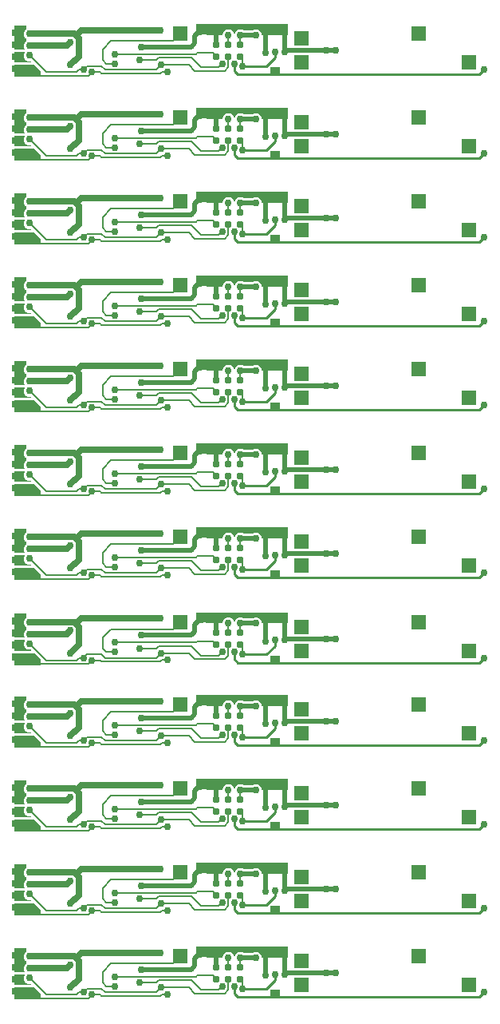
<source format=gbr>
G04 start of page 3 for group 1 idx 1 *
G04 Title: (unknown), bottom *
G04 Creator: pcb 20110918 *
G04 CreationDate: Mon 02 Feb 2015 04:29:52 AM GMT UTC *
G04 For: railfan *
G04 Format: Gerber/RS-274X *
G04 PCB-Dimensions: 211000 411000 *
G04 PCB-Coordinate-Origin: lower left *
%MOIN*%
%FSLAX25Y25*%
%LNBOTTOM*%
%ADD40C,0.0390*%
%ADD39C,0.0380*%
%ADD38C,0.0140*%
%ADD37C,0.0300*%
%ADD36C,0.0310*%
%ADD35R,0.0284X0.0284*%
%ADD34C,0.0250*%
%ADD33C,0.0080*%
%ADD32C,0.0200*%
%ADD31C,0.0100*%
%ADD30C,0.0001*%
G54D30*G36*
X1500Y397500D02*X5993D01*
X5971Y397474D01*
X5766Y397138D01*
X5615Y396775D01*
X5523Y396392D01*
X5492Y396000D01*
X5523Y395608D01*
X5615Y395225D01*
X5766Y394862D01*
X5971Y394526D01*
X6227Y394227D01*
X6526Y393971D01*
X6862Y393766D01*
X7225Y393615D01*
X7608Y393523D01*
X8000Y393492D01*
X8392Y393523D01*
X8477Y393543D01*
X8500Y393520D01*
Y393000D01*
X1500D01*
Y397500D01*
G37*
G36*
Y398500D02*Y408500D01*
X6500D01*
Y407007D01*
X6227Y406773D01*
X5971Y406474D01*
X5766Y406138D01*
X5615Y405775D01*
X5523Y405392D01*
X5492Y405000D01*
X5523Y404608D01*
X5615Y404225D01*
X5766Y403862D01*
X5971Y403526D01*
X6227Y403227D01*
X6500Y402993D01*
Y402007D01*
X6227Y401773D01*
X5971Y401474D01*
X5766Y401138D01*
X5615Y400775D01*
X5523Y400392D01*
X5492Y400000D01*
X5523Y399608D01*
X5615Y399225D01*
X5766Y398862D01*
X5971Y398526D01*
X5993Y398500D01*
X1500D01*
G37*
G36*
Y392000D02*X10020D01*
X12500Y389520D01*
Y387000D01*
X1500D01*
Y392000D01*
G37*
G36*
Y362500D02*X5993D01*
X5971Y362474D01*
X5766Y362138D01*
X5615Y361775D01*
X5523Y361392D01*
X5492Y361000D01*
X5523Y360608D01*
X5615Y360225D01*
X5766Y359862D01*
X5971Y359526D01*
X6227Y359227D01*
X6526Y358971D01*
X6862Y358766D01*
X7225Y358615D01*
X7608Y358523D01*
X8000Y358492D01*
X8392Y358523D01*
X8477Y358543D01*
X8500Y358520D01*
Y358000D01*
X1500D01*
Y362500D01*
G37*
G36*
Y363500D02*Y373500D01*
X6500D01*
Y372007D01*
X6227Y371773D01*
X5971Y371474D01*
X5766Y371138D01*
X5615Y370775D01*
X5523Y370392D01*
X5492Y370000D01*
X5523Y369608D01*
X5615Y369225D01*
X5766Y368862D01*
X5971Y368526D01*
X6227Y368227D01*
X6500Y367993D01*
Y367007D01*
X6227Y366773D01*
X5971Y366474D01*
X5766Y366138D01*
X5615Y365775D01*
X5523Y365392D01*
X5492Y365000D01*
X5523Y364608D01*
X5615Y364225D01*
X5766Y363862D01*
X5971Y363526D01*
X5993Y363500D01*
X1500D01*
G37*
G36*
Y357000D02*X10020D01*
X12500Y354520D01*
Y352000D01*
X1500D01*
Y357000D01*
G37*
G36*
Y327500D02*X5993D01*
X5971Y327474D01*
X5766Y327138D01*
X5615Y326775D01*
X5523Y326392D01*
X5492Y326000D01*
X5523Y325608D01*
X5615Y325225D01*
X5766Y324862D01*
X5971Y324526D01*
X6227Y324227D01*
X6526Y323971D01*
X6862Y323766D01*
X7225Y323615D01*
X7608Y323523D01*
X8000Y323492D01*
X8392Y323523D01*
X8477Y323543D01*
X8500Y323520D01*
Y323000D01*
X1500D01*
Y327500D01*
G37*
G36*
Y328500D02*Y338500D01*
X6500D01*
Y337007D01*
X6227Y336773D01*
X5971Y336474D01*
X5766Y336138D01*
X5615Y335775D01*
X5523Y335392D01*
X5492Y335000D01*
X5523Y334608D01*
X5615Y334225D01*
X5766Y333862D01*
X5971Y333526D01*
X6227Y333227D01*
X6500Y332993D01*
Y332007D01*
X6227Y331773D01*
X5971Y331474D01*
X5766Y331138D01*
X5615Y330775D01*
X5523Y330392D01*
X5492Y330000D01*
X5523Y329608D01*
X5615Y329225D01*
X5766Y328862D01*
X5971Y328526D01*
X5993Y328500D01*
X1500D01*
G37*
G36*
Y322000D02*X10020D01*
X12500Y319520D01*
Y317000D01*
X1500D01*
Y322000D01*
G37*
G36*
X108500Y387500D02*Y390879D01*
X108621Y391000D01*
X112500D01*
Y387500D01*
X108500D01*
G37*
G36*
X77500Y409000D02*X116000D01*
Y404500D01*
X105000D01*
X104977Y404892D01*
X104885Y405275D01*
X104734Y405638D01*
X104529Y405974D01*
X104273Y406273D01*
X103974Y406529D01*
X103638Y406734D01*
X103275Y406885D01*
X102892Y406977D01*
X102500Y407008D01*
X102108Y406977D01*
X101725Y406885D01*
X101362Y406734D01*
X101026Y406529D01*
X100992Y406500D01*
X97508D01*
X97474Y406529D01*
X97138Y406734D01*
X96775Y406885D01*
X96392Y406977D01*
X96000Y407008D01*
X95608Y406977D01*
X95225Y406885D01*
X94862Y406734D01*
X94526Y406529D01*
X94227Y406273D01*
X93971Y405974D01*
X93766Y405638D01*
X93615Y405275D01*
X93523Y404892D01*
X93497Y404556D01*
X93477Y404892D01*
X93385Y405275D01*
X93234Y405638D01*
X93029Y405974D01*
X92773Y406273D01*
X92474Y406529D01*
X92138Y406734D01*
X91775Y406885D01*
X91392Y406977D01*
X91000Y407008D01*
X90608Y406977D01*
X90225Y406885D01*
X89862Y406734D01*
X89526Y406529D01*
X89227Y406273D01*
X88971Y405974D01*
X88766Y405638D01*
X88615Y405275D01*
X88523Y404892D01*
X88492Y404500D01*
X82566D01*
X82343Y404637D01*
X81914Y404814D01*
X81463Y404923D01*
X81000Y404959D01*
X80537Y404923D01*
X80086Y404814D01*
X79657Y404637D01*
X79434Y404500D01*
X77500D01*
Y409000D01*
G37*
G36*
X108500Y352500D02*Y355879D01*
X108621Y356000D01*
X112500D01*
Y352500D01*
X108500D01*
G37*
G36*
Y317500D02*Y320879D01*
X108621Y321000D01*
X112500D01*
Y317500D01*
X108500D01*
G37*
G36*
X77500Y339000D02*X116000D01*
Y334500D01*
X105000D01*
X104977Y334892D01*
X104885Y335275D01*
X104734Y335638D01*
X104529Y335974D01*
X104273Y336273D01*
X103974Y336529D01*
X103638Y336734D01*
X103275Y336885D01*
X102892Y336977D01*
X102500Y337008D01*
X102108Y336977D01*
X101725Y336885D01*
X101362Y336734D01*
X101026Y336529D01*
X100992Y336500D01*
X97508D01*
X97474Y336529D01*
X97138Y336734D01*
X96775Y336885D01*
X96392Y336977D01*
X96000Y337008D01*
X95608Y336977D01*
X95225Y336885D01*
X94862Y336734D01*
X94526Y336529D01*
X94227Y336273D01*
X93971Y335974D01*
X93766Y335638D01*
X93615Y335275D01*
X93523Y334892D01*
X93497Y334556D01*
X93477Y334892D01*
X93385Y335275D01*
X93234Y335638D01*
X93029Y335974D01*
X92773Y336273D01*
X92474Y336529D01*
X92138Y336734D01*
X91775Y336885D01*
X91392Y336977D01*
X91000Y337008D01*
X90608Y336977D01*
X90225Y336885D01*
X89862Y336734D01*
X89526Y336529D01*
X89227Y336273D01*
X88971Y335974D01*
X88766Y335638D01*
X88615Y335275D01*
X88523Y334892D01*
X88492Y334500D01*
X82566D01*
X82343Y334637D01*
X81914Y334814D01*
X81463Y334923D01*
X81000Y334959D01*
X80537Y334923D01*
X80086Y334814D01*
X79657Y334637D01*
X79434Y334500D01*
X77500D01*
Y339000D01*
G37*
G36*
X108500Y282500D02*Y285879D01*
X108621Y286000D01*
X112500D01*
Y282500D01*
X108500D01*
G37*
G36*
X77500Y304000D02*X116000D01*
Y299500D01*
X105000D01*
X104977Y299892D01*
X104885Y300275D01*
X104734Y300638D01*
X104529Y300974D01*
X104273Y301273D01*
X103974Y301529D01*
X103638Y301734D01*
X103275Y301885D01*
X102892Y301977D01*
X102500Y302008D01*
X102108Y301977D01*
X101725Y301885D01*
X101362Y301734D01*
X101026Y301529D01*
X100992Y301500D01*
X97508D01*
X97474Y301529D01*
X97138Y301734D01*
X96775Y301885D01*
X96392Y301977D01*
X96000Y302008D01*
X95608Y301977D01*
X95225Y301885D01*
X94862Y301734D01*
X94526Y301529D01*
X94227Y301273D01*
X93971Y300974D01*
X93766Y300638D01*
X93615Y300275D01*
X93523Y299892D01*
X93497Y299556D01*
X93477Y299892D01*
X93385Y300275D01*
X93234Y300638D01*
X93029Y300974D01*
X92773Y301273D01*
X92474Y301529D01*
X92138Y301734D01*
X91775Y301885D01*
X91392Y301977D01*
X91000Y302008D01*
X90608Y301977D01*
X90225Y301885D01*
X89862Y301734D01*
X89526Y301529D01*
X89227Y301273D01*
X88971Y300974D01*
X88766Y300638D01*
X88615Y300275D01*
X88523Y299892D01*
X88492Y299500D01*
X82566D01*
X82343Y299637D01*
X81914Y299814D01*
X81463Y299923D01*
X81000Y299959D01*
X80537Y299923D01*
X80086Y299814D01*
X79657Y299637D01*
X79434Y299500D01*
X77500D01*
Y304000D01*
G37*
G36*
Y374000D02*X116000D01*
Y369500D01*
X105000D01*
X104977Y369892D01*
X104885Y370275D01*
X104734Y370638D01*
X104529Y370974D01*
X104273Y371273D01*
X103974Y371529D01*
X103638Y371734D01*
X103275Y371885D01*
X102892Y371977D01*
X102500Y372008D01*
X102108Y371977D01*
X101725Y371885D01*
X101362Y371734D01*
X101026Y371529D01*
X100992Y371500D01*
X97508D01*
X97474Y371529D01*
X97138Y371734D01*
X96775Y371885D01*
X96392Y371977D01*
X96000Y372008D01*
X95608Y371977D01*
X95225Y371885D01*
X94862Y371734D01*
X94526Y371529D01*
X94227Y371273D01*
X93971Y370974D01*
X93766Y370638D01*
X93615Y370275D01*
X93523Y369892D01*
X93497Y369556D01*
X93477Y369892D01*
X93385Y370275D01*
X93234Y370638D01*
X93029Y370974D01*
X92773Y371273D01*
X92474Y371529D01*
X92138Y371734D01*
X91775Y371885D01*
X91392Y371977D01*
X91000Y372008D01*
X90608Y371977D01*
X90225Y371885D01*
X89862Y371734D01*
X89526Y371529D01*
X89227Y371273D01*
X88971Y370974D01*
X88766Y370638D01*
X88615Y370275D01*
X88523Y369892D01*
X88492Y369500D01*
X82566D01*
X82343Y369637D01*
X81914Y369814D01*
X81463Y369923D01*
X81000Y369959D01*
X80537Y369923D01*
X80086Y369814D01*
X79657Y369637D01*
X79434Y369500D01*
X77500D01*
Y374000D01*
G37*
G36*
Y269000D02*X116000D01*
Y264500D01*
X105000D01*
X104977Y264892D01*
X104885Y265275D01*
X104734Y265638D01*
X104529Y265974D01*
X104273Y266273D01*
X103974Y266529D01*
X103638Y266734D01*
X103275Y266885D01*
X102892Y266977D01*
X102500Y267008D01*
X102108Y266977D01*
X101725Y266885D01*
X101362Y266734D01*
X101026Y266529D01*
X100992Y266500D01*
X97508D01*
X97474Y266529D01*
X97138Y266734D01*
X96775Y266885D01*
X96392Y266977D01*
X96000Y267008D01*
X95608Y266977D01*
X95225Y266885D01*
X94862Y266734D01*
X94526Y266529D01*
X94227Y266273D01*
X93971Y265974D01*
X93766Y265638D01*
X93615Y265275D01*
X93523Y264892D01*
X93497Y264556D01*
X93477Y264892D01*
X93385Y265275D01*
X93234Y265638D01*
X93029Y265974D01*
X92773Y266273D01*
X92474Y266529D01*
X92138Y266734D01*
X91775Y266885D01*
X91392Y266977D01*
X91000Y267008D01*
X90608Y266977D01*
X90225Y266885D01*
X89862Y266734D01*
X89526Y266529D01*
X89227Y266273D01*
X88971Y265974D01*
X88766Y265638D01*
X88615Y265275D01*
X88523Y264892D01*
X88492Y264500D01*
X82566D01*
X82343Y264637D01*
X81914Y264814D01*
X81463Y264923D01*
X81000Y264959D01*
X80537Y264923D01*
X80086Y264814D01*
X79657Y264637D01*
X79434Y264500D01*
X77500D01*
Y269000D01*
G37*
G36*
X1500Y292500D02*X5993D01*
X5971Y292474D01*
X5766Y292138D01*
X5615Y291775D01*
X5523Y291392D01*
X5492Y291000D01*
X5523Y290608D01*
X5615Y290225D01*
X5766Y289862D01*
X5971Y289526D01*
X6227Y289227D01*
X6526Y288971D01*
X6862Y288766D01*
X7225Y288615D01*
X7608Y288523D01*
X8000Y288492D01*
X8392Y288523D01*
X8477Y288543D01*
X8500Y288520D01*
Y288000D01*
X1500D01*
Y292500D01*
G37*
G36*
Y293500D02*Y303500D01*
X6500D01*
Y302007D01*
X6227Y301773D01*
X5971Y301474D01*
X5766Y301138D01*
X5615Y300775D01*
X5523Y300392D01*
X5492Y300000D01*
X5523Y299608D01*
X5615Y299225D01*
X5766Y298862D01*
X5971Y298526D01*
X6227Y298227D01*
X6500Y297993D01*
Y297007D01*
X6227Y296773D01*
X5971Y296474D01*
X5766Y296138D01*
X5615Y295775D01*
X5523Y295392D01*
X5492Y295000D01*
X5523Y294608D01*
X5615Y294225D01*
X5766Y293862D01*
X5971Y293526D01*
X5993Y293500D01*
X1500D01*
G37*
G36*
Y287000D02*X10020D01*
X12500Y284520D01*
Y282000D01*
X1500D01*
Y287000D01*
G37*
G36*
Y257500D02*X5993D01*
X5971Y257474D01*
X5766Y257138D01*
X5615Y256775D01*
X5523Y256392D01*
X5492Y256000D01*
X5523Y255608D01*
X5615Y255225D01*
X5766Y254862D01*
X5971Y254526D01*
X6227Y254227D01*
X6526Y253971D01*
X6862Y253766D01*
X7225Y253615D01*
X7608Y253523D01*
X8000Y253492D01*
X8392Y253523D01*
X8477Y253543D01*
X8500Y253520D01*
Y253000D01*
X1500D01*
Y257500D01*
G37*
G36*
Y258500D02*Y268500D01*
X6500D01*
Y267007D01*
X6227Y266773D01*
X5971Y266474D01*
X5766Y266138D01*
X5615Y265775D01*
X5523Y265392D01*
X5492Y265000D01*
X5523Y264608D01*
X5615Y264225D01*
X5766Y263862D01*
X5971Y263526D01*
X6227Y263227D01*
X6500Y262993D01*
Y262007D01*
X6227Y261773D01*
X5971Y261474D01*
X5766Y261138D01*
X5615Y260775D01*
X5523Y260392D01*
X5492Y260000D01*
X5523Y259608D01*
X5615Y259225D01*
X5766Y258862D01*
X5971Y258526D01*
X5993Y258500D01*
X1500D01*
G37*
G36*
Y252000D02*X10020D01*
X12500Y249520D01*
Y247000D01*
X1500D01*
Y252000D01*
G37*
G36*
Y222500D02*X5993D01*
X5971Y222474D01*
X5766Y222138D01*
X5615Y221775D01*
X5523Y221392D01*
X5492Y221000D01*
X5523Y220608D01*
X5615Y220225D01*
X5766Y219862D01*
X5971Y219526D01*
X6227Y219227D01*
X6526Y218971D01*
X6862Y218766D01*
X7225Y218615D01*
X7608Y218523D01*
X8000Y218492D01*
X8392Y218523D01*
X8477Y218543D01*
X8500Y218520D01*
Y218000D01*
X1500D01*
Y222500D01*
G37*
G36*
Y223500D02*Y233500D01*
X6500D01*
Y232007D01*
X6227Y231773D01*
X5971Y231474D01*
X5766Y231138D01*
X5615Y230775D01*
X5523Y230392D01*
X5492Y230000D01*
X5523Y229608D01*
X5615Y229225D01*
X5766Y228862D01*
X5971Y228526D01*
X6227Y228227D01*
X6500Y227993D01*
Y227007D01*
X6227Y226773D01*
X5971Y226474D01*
X5766Y226138D01*
X5615Y225775D01*
X5523Y225392D01*
X5492Y225000D01*
X5523Y224608D01*
X5615Y224225D01*
X5766Y223862D01*
X5971Y223526D01*
X5993Y223500D01*
X1500D01*
G37*
G36*
Y217000D02*X10020D01*
X12500Y214520D01*
Y212000D01*
X1500D01*
Y217000D01*
G37*
G36*
Y187500D02*X5993D01*
X5971Y187474D01*
X5766Y187138D01*
X5615Y186775D01*
X5523Y186392D01*
X5492Y186000D01*
X5523Y185608D01*
X5615Y185225D01*
X5766Y184862D01*
X5971Y184526D01*
X6227Y184227D01*
X6526Y183971D01*
X6862Y183766D01*
X7225Y183615D01*
X7608Y183523D01*
X8000Y183492D01*
X8392Y183523D01*
X8477Y183543D01*
X8500Y183520D01*
Y183000D01*
X1500D01*
Y187500D01*
G37*
G36*
Y188500D02*Y198500D01*
X6500D01*
Y197007D01*
X6227Y196773D01*
X5971Y196474D01*
X5766Y196138D01*
X5615Y195775D01*
X5523Y195392D01*
X5492Y195000D01*
X5523Y194608D01*
X5615Y194225D01*
X5766Y193862D01*
X5971Y193526D01*
X6227Y193227D01*
X6500Y192993D01*
Y192007D01*
X6227Y191773D01*
X5971Y191474D01*
X5766Y191138D01*
X5615Y190775D01*
X5523Y190392D01*
X5492Y190000D01*
X5523Y189608D01*
X5615Y189225D01*
X5766Y188862D01*
X5971Y188526D01*
X5993Y188500D01*
X1500D01*
G37*
G36*
Y182000D02*X10020D01*
X12500Y179520D01*
Y177000D01*
X1500D01*
Y182000D01*
G37*
G36*
Y152000D02*X5993D01*
X5971Y151974D01*
X5766Y151638D01*
X5615Y151275D01*
X5523Y150892D01*
X5492Y150500D01*
X5523Y150108D01*
X5615Y149725D01*
X5766Y149362D01*
X5971Y149026D01*
X6227Y148727D01*
X6526Y148471D01*
X6862Y148266D01*
X7225Y148115D01*
X7608Y148023D01*
X8000Y147992D01*
X8392Y148023D01*
X8477Y148043D01*
X8500Y148020D01*
Y147500D01*
X1500D01*
Y152000D01*
G37*
G36*
Y153000D02*Y163000D01*
X6500D01*
Y161507D01*
X6227Y161273D01*
X5971Y160974D01*
X5766Y160638D01*
X5615Y160275D01*
X5523Y159892D01*
X5492Y159500D01*
X5523Y159108D01*
X5615Y158725D01*
X5766Y158362D01*
X5971Y158026D01*
X6227Y157727D01*
X6500Y157493D01*
Y156507D01*
X6227Y156273D01*
X5971Y155974D01*
X5766Y155638D01*
X5615Y155275D01*
X5523Y154892D01*
X5492Y154500D01*
X5523Y154108D01*
X5615Y153725D01*
X5766Y153362D01*
X5971Y153026D01*
X5993Y153000D01*
X1500D01*
G37*
G36*
Y146500D02*X10020D01*
X12500Y144020D01*
Y141500D01*
X1500D01*
Y146500D01*
G37*
G36*
Y117500D02*X5993D01*
X5971Y117474D01*
X5766Y117138D01*
X5615Y116775D01*
X5523Y116392D01*
X5492Y116000D01*
X5523Y115608D01*
X5615Y115225D01*
X5766Y114862D01*
X5971Y114526D01*
X6227Y114227D01*
X6526Y113971D01*
X6862Y113766D01*
X7225Y113615D01*
X7608Y113523D01*
X8000Y113492D01*
X8392Y113523D01*
X8477Y113543D01*
X8500Y113520D01*
Y113000D01*
X1500D01*
Y117500D01*
G37*
G36*
Y118500D02*Y128500D01*
X6500D01*
Y127007D01*
X6227Y126773D01*
X5971Y126474D01*
X5766Y126138D01*
X5615Y125775D01*
X5523Y125392D01*
X5492Y125000D01*
X5523Y124608D01*
X5615Y124225D01*
X5766Y123862D01*
X5971Y123526D01*
X6227Y123227D01*
X6500Y122993D01*
Y122007D01*
X6227Y121773D01*
X5971Y121474D01*
X5766Y121138D01*
X5615Y120775D01*
X5523Y120392D01*
X5492Y120000D01*
X5523Y119608D01*
X5615Y119225D01*
X5766Y118862D01*
X5971Y118526D01*
X5993Y118500D01*
X1500D01*
G37*
G36*
Y112000D02*X10020D01*
X12500Y109520D01*
Y107000D01*
X1500D01*
Y112000D01*
G37*
G36*
Y82500D02*X5993D01*
X5971Y82474D01*
X5766Y82138D01*
X5615Y81775D01*
X5523Y81392D01*
X5492Y81000D01*
X5523Y80608D01*
X5615Y80225D01*
X5766Y79862D01*
X5971Y79526D01*
X6227Y79227D01*
X6526Y78971D01*
X6862Y78766D01*
X7225Y78615D01*
X7608Y78523D01*
X8000Y78492D01*
X8392Y78523D01*
X8477Y78543D01*
X8500Y78520D01*
Y78000D01*
X1500D01*
Y82500D01*
G37*
G36*
Y83500D02*Y93500D01*
X6500D01*
Y92007D01*
X6227Y91773D01*
X5971Y91474D01*
X5766Y91138D01*
X5615Y90775D01*
X5523Y90392D01*
X5492Y90000D01*
X5523Y89608D01*
X5615Y89225D01*
X5766Y88862D01*
X5971Y88526D01*
X6227Y88227D01*
X6500Y87993D01*
Y87007D01*
X6227Y86773D01*
X5971Y86474D01*
X5766Y86138D01*
X5615Y85775D01*
X5523Y85392D01*
X5492Y85000D01*
X5523Y84608D01*
X5615Y84225D01*
X5766Y83862D01*
X5971Y83526D01*
X5993Y83500D01*
X1500D01*
G37*
G36*
Y77000D02*X10020D01*
X12500Y74520D01*
Y72000D01*
X1500D01*
Y77000D01*
G37*
G36*
Y47500D02*X5993D01*
X5971Y47474D01*
X5766Y47138D01*
X5615Y46775D01*
X5523Y46392D01*
X5492Y46000D01*
X5523Y45608D01*
X5615Y45225D01*
X5766Y44862D01*
X5971Y44526D01*
X6227Y44227D01*
X6526Y43971D01*
X6862Y43766D01*
X7225Y43615D01*
X7608Y43523D01*
X8000Y43492D01*
X8392Y43523D01*
X8477Y43543D01*
X8500Y43520D01*
Y43000D01*
X1500D01*
Y47500D01*
G37*
G36*
Y48500D02*Y58500D01*
X6500D01*
Y57007D01*
X6227Y56773D01*
X5971Y56474D01*
X5766Y56138D01*
X5615Y55775D01*
X5523Y55392D01*
X5492Y55000D01*
X5523Y54608D01*
X5615Y54225D01*
X5766Y53862D01*
X5971Y53526D01*
X6227Y53227D01*
X6500Y52993D01*
Y52007D01*
X6227Y51773D01*
X5971Y51474D01*
X5766Y51138D01*
X5615Y50775D01*
X5523Y50392D01*
X5492Y50000D01*
X5523Y49608D01*
X5615Y49225D01*
X5766Y48862D01*
X5971Y48526D01*
X5993Y48500D01*
X1500D01*
G37*
G36*
Y42000D02*X10020D01*
X12500Y39520D01*
Y37000D01*
X1500D01*
Y42000D01*
G37*
G36*
Y12500D02*X5993D01*
X5971Y12474D01*
X5766Y12138D01*
X5615Y11775D01*
X5523Y11392D01*
X5492Y11000D01*
X5523Y10608D01*
X5615Y10225D01*
X5766Y9862D01*
X5971Y9526D01*
X6227Y9227D01*
X6526Y8971D01*
X6862Y8766D01*
X7225Y8615D01*
X7608Y8523D01*
X8000Y8492D01*
X8392Y8523D01*
X8477Y8543D01*
X8500Y8520D01*
Y8000D01*
X1500D01*
Y12500D01*
G37*
G36*
Y13500D02*Y23500D01*
X6500D01*
Y22007D01*
X6227Y21773D01*
X5971Y21474D01*
X5766Y21138D01*
X5615Y20775D01*
X5523Y20392D01*
X5492Y20000D01*
X5523Y19608D01*
X5615Y19225D01*
X5766Y18862D01*
X5971Y18526D01*
X6227Y18227D01*
X6500Y17993D01*
Y17007D01*
X6227Y16773D01*
X5971Y16474D01*
X5766Y16138D01*
X5615Y15775D01*
X5523Y15392D01*
X5492Y15000D01*
X5523Y14608D01*
X5615Y14225D01*
X5766Y13862D01*
X5971Y13526D01*
X5993Y13500D01*
X1500D01*
G37*
G36*
Y7000D02*X10020D01*
X12500Y4520D01*
Y2000D01*
X1500D01*
Y7000D01*
G37*
G36*
X108500Y247500D02*Y250879D01*
X108621Y251000D01*
X112500D01*
Y247500D01*
X108500D01*
G37*
G36*
Y177500D02*Y180879D01*
X108621Y181000D01*
X112500D01*
Y177500D01*
X108500D01*
G37*
G36*
Y142000D02*Y145379D01*
X108621Y145500D01*
X112500D01*
Y142000D01*
X108500D01*
G37*
G36*
Y107500D02*Y110879D01*
X108621Y111000D01*
X112500D01*
Y107500D01*
X108500D01*
G37*
G36*
Y72500D02*Y75879D01*
X108621Y76000D01*
X112500D01*
Y72500D01*
X108500D01*
G37*
G36*
Y37500D02*Y40879D01*
X108621Y41000D01*
X112500D01*
Y37500D01*
X108500D01*
G37*
G36*
Y212500D02*Y215879D01*
X108621Y216000D01*
X112500D01*
Y212500D01*
X108500D01*
G37*
G36*
X77500Y234000D02*X116000D01*
Y229500D01*
X105000D01*
X104977Y229892D01*
X104885Y230275D01*
X104734Y230638D01*
X104529Y230974D01*
X104273Y231273D01*
X103974Y231529D01*
X103638Y231734D01*
X103275Y231885D01*
X102892Y231977D01*
X102500Y232008D01*
X102108Y231977D01*
X101725Y231885D01*
X101362Y231734D01*
X101026Y231529D01*
X100992Y231500D01*
X97508D01*
X97474Y231529D01*
X97138Y231734D01*
X96775Y231885D01*
X96392Y231977D01*
X96000Y232008D01*
X95608Y231977D01*
X95225Y231885D01*
X94862Y231734D01*
X94526Y231529D01*
X94227Y231273D01*
X93971Y230974D01*
X93766Y230638D01*
X93615Y230275D01*
X93523Y229892D01*
X93497Y229556D01*
X93477Y229892D01*
X93385Y230275D01*
X93234Y230638D01*
X93029Y230974D01*
X92773Y231273D01*
X92474Y231529D01*
X92138Y231734D01*
X91775Y231885D01*
X91392Y231977D01*
X91000Y232008D01*
X90608Y231977D01*
X90225Y231885D01*
X89862Y231734D01*
X89526Y231529D01*
X89227Y231273D01*
X88971Y230974D01*
X88766Y230638D01*
X88615Y230275D01*
X88523Y229892D01*
X88492Y229500D01*
X82566D01*
X82343Y229637D01*
X81914Y229814D01*
X81463Y229923D01*
X81000Y229959D01*
X80537Y229923D01*
X80086Y229814D01*
X79657Y229637D01*
X79434Y229500D01*
X77500D01*
Y234000D01*
G37*
G36*
Y199000D02*X116000D01*
Y194500D01*
X105000D01*
X104977Y194892D01*
X104885Y195275D01*
X104734Y195638D01*
X104529Y195974D01*
X104273Y196273D01*
X103974Y196529D01*
X103638Y196734D01*
X103275Y196885D01*
X102892Y196977D01*
X102500Y197008D01*
X102108Y196977D01*
X101725Y196885D01*
X101362Y196734D01*
X101026Y196529D01*
X100992Y196500D01*
X97508D01*
X97474Y196529D01*
X97138Y196734D01*
X96775Y196885D01*
X96392Y196977D01*
X96000Y197008D01*
X95608Y196977D01*
X95225Y196885D01*
X94862Y196734D01*
X94526Y196529D01*
X94227Y196273D01*
X93971Y195974D01*
X93766Y195638D01*
X93615Y195275D01*
X93523Y194892D01*
X93497Y194556D01*
X93477Y194892D01*
X93385Y195275D01*
X93234Y195638D01*
X93029Y195974D01*
X92773Y196273D01*
X92474Y196529D01*
X92138Y196734D01*
X91775Y196885D01*
X91392Y196977D01*
X91000Y197008D01*
X90608Y196977D01*
X90225Y196885D01*
X89862Y196734D01*
X89526Y196529D01*
X89227Y196273D01*
X88971Y195974D01*
X88766Y195638D01*
X88615Y195275D01*
X88523Y194892D01*
X88492Y194500D01*
X82566D01*
X82343Y194637D01*
X81914Y194814D01*
X81463Y194923D01*
X81000Y194959D01*
X80537Y194923D01*
X80086Y194814D01*
X79657Y194637D01*
X79434Y194500D01*
X77500D01*
Y199000D01*
G37*
G36*
Y163500D02*X116000D01*
Y159000D01*
X105000D01*
X104977Y159392D01*
X104885Y159775D01*
X104734Y160138D01*
X104529Y160474D01*
X104273Y160773D01*
X103974Y161029D01*
X103638Y161234D01*
X103275Y161385D01*
X102892Y161477D01*
X102500Y161508D01*
X102108Y161477D01*
X101725Y161385D01*
X101362Y161234D01*
X101026Y161029D01*
X100992Y161000D01*
X97508D01*
X97474Y161029D01*
X97138Y161234D01*
X96775Y161385D01*
X96392Y161477D01*
X96000Y161508D01*
X95608Y161477D01*
X95225Y161385D01*
X94862Y161234D01*
X94526Y161029D01*
X94227Y160773D01*
X93971Y160474D01*
X93766Y160138D01*
X93615Y159775D01*
X93523Y159392D01*
X93497Y159056D01*
X93477Y159392D01*
X93385Y159775D01*
X93234Y160138D01*
X93029Y160474D01*
X92773Y160773D01*
X92474Y161029D01*
X92138Y161234D01*
X91775Y161385D01*
X91392Y161477D01*
X91000Y161508D01*
X90608Y161477D01*
X90225Y161385D01*
X89862Y161234D01*
X89526Y161029D01*
X89227Y160773D01*
X88971Y160474D01*
X88766Y160138D01*
X88615Y159775D01*
X88523Y159392D01*
X88492Y159000D01*
X82566D01*
X82343Y159137D01*
X81914Y159314D01*
X81463Y159423D01*
X81000Y159459D01*
X80537Y159423D01*
X80086Y159314D01*
X79657Y159137D01*
X79434Y159000D01*
X77500D01*
Y163500D01*
G37*
G36*
Y129000D02*X116000D01*
Y124500D01*
X105000D01*
X104977Y124892D01*
X104885Y125275D01*
X104734Y125638D01*
X104529Y125974D01*
X104273Y126273D01*
X103974Y126529D01*
X103638Y126734D01*
X103275Y126885D01*
X102892Y126977D01*
X102500Y127008D01*
X102108Y126977D01*
X101725Y126885D01*
X101362Y126734D01*
X101026Y126529D01*
X100992Y126500D01*
X97508D01*
X97474Y126529D01*
X97138Y126734D01*
X96775Y126885D01*
X96392Y126977D01*
X96000Y127008D01*
X95608Y126977D01*
X95225Y126885D01*
X94862Y126734D01*
X94526Y126529D01*
X94227Y126273D01*
X93971Y125974D01*
X93766Y125638D01*
X93615Y125275D01*
X93523Y124892D01*
X93497Y124556D01*
X93477Y124892D01*
X93385Y125275D01*
X93234Y125638D01*
X93029Y125974D01*
X92773Y126273D01*
X92474Y126529D01*
X92138Y126734D01*
X91775Y126885D01*
X91392Y126977D01*
X91000Y127008D01*
X90608Y126977D01*
X90225Y126885D01*
X89862Y126734D01*
X89526Y126529D01*
X89227Y126273D01*
X88971Y125974D01*
X88766Y125638D01*
X88615Y125275D01*
X88523Y124892D01*
X88492Y124500D01*
X82566D01*
X82343Y124637D01*
X81914Y124814D01*
X81463Y124923D01*
X81000Y124959D01*
X80537Y124923D01*
X80086Y124814D01*
X79657Y124637D01*
X79434Y124500D01*
X77500D01*
Y129000D01*
G37*
G36*
Y94000D02*X116000D01*
Y89500D01*
X105000D01*
X104977Y89892D01*
X104885Y90275D01*
X104734Y90638D01*
X104529Y90974D01*
X104273Y91273D01*
X103974Y91529D01*
X103638Y91734D01*
X103275Y91885D01*
X102892Y91977D01*
X102500Y92008D01*
X102108Y91977D01*
X101725Y91885D01*
X101362Y91734D01*
X101026Y91529D01*
X100992Y91500D01*
X97508D01*
X97474Y91529D01*
X97138Y91734D01*
X96775Y91885D01*
X96392Y91977D01*
X96000Y92008D01*
X95608Y91977D01*
X95225Y91885D01*
X94862Y91734D01*
X94526Y91529D01*
X94227Y91273D01*
X93971Y90974D01*
X93766Y90638D01*
X93615Y90275D01*
X93523Y89892D01*
X93497Y89556D01*
X93477Y89892D01*
X93385Y90275D01*
X93234Y90638D01*
X93029Y90974D01*
X92773Y91273D01*
X92474Y91529D01*
X92138Y91734D01*
X91775Y91885D01*
X91392Y91977D01*
X91000Y92008D01*
X90608Y91977D01*
X90225Y91885D01*
X89862Y91734D01*
X89526Y91529D01*
X89227Y91273D01*
X88971Y90974D01*
X88766Y90638D01*
X88615Y90275D01*
X88523Y89892D01*
X88492Y89500D01*
X82566D01*
X82343Y89637D01*
X81914Y89814D01*
X81463Y89923D01*
X81000Y89959D01*
X80537Y89923D01*
X80086Y89814D01*
X79657Y89637D01*
X79434Y89500D01*
X77500D01*
Y94000D01*
G37*
G36*
Y59000D02*X116000D01*
Y54500D01*
X105000D01*
X104977Y54892D01*
X104885Y55275D01*
X104734Y55638D01*
X104529Y55974D01*
X104273Y56273D01*
X103974Y56529D01*
X103638Y56734D01*
X103275Y56885D01*
X102892Y56977D01*
X102500Y57008D01*
X102108Y56977D01*
X101725Y56885D01*
X101362Y56734D01*
X101026Y56529D01*
X100992Y56500D01*
X97508D01*
X97474Y56529D01*
X97138Y56734D01*
X96775Y56885D01*
X96392Y56977D01*
X96000Y57008D01*
X95608Y56977D01*
X95225Y56885D01*
X94862Y56734D01*
X94526Y56529D01*
X94227Y56273D01*
X93971Y55974D01*
X93766Y55638D01*
X93615Y55275D01*
X93523Y54892D01*
X93497Y54556D01*
X93477Y54892D01*
X93385Y55275D01*
X93234Y55638D01*
X93029Y55974D01*
X92773Y56273D01*
X92474Y56529D01*
X92138Y56734D01*
X91775Y56885D01*
X91392Y56977D01*
X91000Y57008D01*
X90608Y56977D01*
X90225Y56885D01*
X89862Y56734D01*
X89526Y56529D01*
X89227Y56273D01*
X88971Y55974D01*
X88766Y55638D01*
X88615Y55275D01*
X88523Y54892D01*
X88492Y54500D01*
X82566D01*
X82343Y54637D01*
X81914Y54814D01*
X81463Y54923D01*
X81000Y54959D01*
X80537Y54923D01*
X80086Y54814D01*
X79657Y54637D01*
X79434Y54500D01*
X77500D01*
Y59000D01*
G37*
G36*
X108500Y2500D02*Y5879D01*
X108621Y6000D01*
X112500D01*
Y2500D01*
X108500D01*
G37*
G36*
X77500Y24000D02*X116000D01*
Y19500D01*
X105000D01*
X104977Y19892D01*
X104885Y20275D01*
X104734Y20638D01*
X104529Y20974D01*
X104273Y21273D01*
X103974Y21529D01*
X103638Y21734D01*
X103275Y21885D01*
X102892Y21977D01*
X102500Y22008D01*
X102108Y21977D01*
X101725Y21885D01*
X101362Y21734D01*
X101026Y21529D01*
X100992Y21500D01*
X97508D01*
X97474Y21529D01*
X97138Y21734D01*
X96775Y21885D01*
X96392Y21977D01*
X96000Y22008D01*
X95608Y21977D01*
X95225Y21885D01*
X94862Y21734D01*
X94526Y21529D01*
X94227Y21273D01*
X93971Y20974D01*
X93766Y20638D01*
X93615Y20275D01*
X93523Y19892D01*
X93497Y19556D01*
X93477Y19892D01*
X93385Y20275D01*
X93234Y20638D01*
X93029Y20974D01*
X92773Y21273D01*
X92474Y21529D01*
X92138Y21734D01*
X91775Y21885D01*
X91392Y21977D01*
X91000Y22008D01*
X90608Y21977D01*
X90225Y21885D01*
X89862Y21734D01*
X89526Y21529D01*
X89227Y21273D01*
X88971Y20974D01*
X88766Y20638D01*
X88615Y20275D01*
X88523Y19892D01*
X88492Y19500D01*
X82566D01*
X82343Y19637D01*
X81914Y19814D01*
X81463Y19923D01*
X81000Y19959D01*
X80537Y19923D01*
X80086Y19814D01*
X79657Y19637D01*
X79434Y19500D01*
X77500D01*
Y24000D01*
G37*
G54D31*X95000Y388000D02*X196000D01*
G54D32*X136000Y398000D02*X114500D01*
G54D33*X96000Y360500D02*X97000Y359500D01*
X96000Y369500D02*Y365500D01*
G54D32*X136000Y363000D02*X114500D01*
X96000Y369500D02*X102500D01*
X106500Y362000D02*Y372000D01*
X114500Y362500D02*Y372000D01*
G54D31*X110500Y360000D02*Y362500D01*
X107000Y356500D02*X110500Y360000D01*
X97000Y356500D02*X107000D01*
X93500Y354500D02*X95000Y353000D01*
X93500Y357500D02*Y354500D01*
G54D33*X91000Y356000D02*Y360500D01*
Y369500D02*Y365500D01*
X89500Y354500D02*X91000Y356000D01*
G54D31*X95000Y353000D02*X196000D01*
X95000Y318000D02*X196000D01*
G54D33*X97000Y359500D02*Y356500D01*
G54D32*X136000Y328000D02*X114500D01*
Y327500D02*Y337000D01*
X96000Y334500D02*X102500D01*
X106500Y327000D02*Y337000D01*
G54D31*X93500Y319500D02*X95000Y318000D01*
X93500Y322500D02*Y319500D01*
X110500Y325000D02*Y327500D01*
X107000Y321500D02*X110500Y325000D01*
X97000Y321500D02*X107000D01*
G54D33*X97000Y324500D02*Y321500D01*
X96000Y325500D02*X97000Y324500D01*
X91000Y321000D02*Y325500D01*
X89500Y319500D02*X91000Y321000D01*
Y334500D02*Y330500D01*
X96000Y334500D02*Y330500D01*
G54D31*X95000Y283000D02*X196000D01*
G54D32*X136000Y293000D02*X114500D01*
X96000Y299500D02*X102500D01*
X106500Y292000D02*Y302000D01*
X114500Y292500D02*Y302000D01*
G54D33*X91000Y299500D02*Y295500D01*
G54D31*X110500Y290000D02*Y292500D01*
X107000Y286500D02*X110500Y290000D01*
X97000Y286500D02*X107000D01*
G54D33*X97000Y289500D02*Y286500D01*
X96000Y290500D02*X97000Y289500D01*
G54D31*X93500Y284500D02*X95000Y283000D01*
X93500Y287500D02*Y284500D01*
G54D33*X87000Y286000D02*X88500Y287500D01*
X91000Y286000D02*Y290500D01*
X89500Y284500D02*X91000Y286000D01*
G54D31*X196000Y388000D02*X198000Y390000D01*
X196000Y353000D02*X198000Y355000D01*
X196000Y318000D02*X198000Y320000D01*
X196000Y283000D02*X198000Y285000D01*
X196000Y248000D02*X198000Y250000D01*
G54D33*X96000Y299500D02*Y295500D01*
G54D32*Y264500D02*X102500D01*
X106500Y257000D02*Y267000D01*
X114500Y257500D02*Y267000D01*
G54D33*X96000Y264500D02*Y260500D01*
G54D31*X110500Y255000D02*Y257500D01*
X107000Y251500D02*X110500Y255000D01*
X97000Y251500D02*X107000D01*
X93500Y249500D02*X95000Y248000D01*
X93500Y252500D02*Y249500D01*
G54D33*X87000Y251000D02*X88500Y252500D01*
X91000Y251000D02*Y255500D01*
Y264500D02*Y260500D01*
X89500Y249500D02*X91000Y251000D01*
G54D31*X95000Y248000D02*X196000D01*
G54D33*X96000Y220500D02*X97000Y219500D01*
X96000Y229500D02*Y225500D01*
G54D32*X136000Y258000D02*X114500D01*
G54D33*X97000Y254500D02*Y251500D01*
X96000Y255500D02*X97000Y254500D01*
G54D32*X136000Y223000D02*X114500D01*
X96000Y229500D02*X102500D01*
X106500Y222000D02*Y232000D01*
X114500Y222500D02*Y232000D01*
G54D31*X110500Y220000D02*Y222500D01*
X107000Y216500D02*X110500Y220000D01*
X97000Y216500D02*X107000D01*
X93500Y217500D02*Y214500D01*
G54D33*X91000Y216000D02*Y220500D01*
X89500Y214500D02*X91000Y216000D01*
Y229500D02*Y225500D01*
G54D31*X93500Y214500D02*X95000Y213000D01*
G54D33*X87000Y216000D02*X88500Y217500D01*
X97000Y219500D02*Y216500D01*
G54D32*X96000Y194500D02*X102500D01*
X106500Y187000D02*Y197000D01*
X114500Y187500D02*Y197000D01*
G54D31*X110500Y185000D02*Y187500D01*
G54D33*X96000Y194500D02*Y190500D01*
G54D31*X93500Y179500D02*X95000Y178000D01*
X93500Y182500D02*Y179500D01*
G54D33*X87000Y181000D02*X88500Y182500D01*
X91000Y181000D02*Y185500D01*
X89500Y179500D02*X91000Y181000D01*
Y194500D02*Y190500D01*
G54D31*X95000Y213000D02*X196000D01*
X95000Y178000D02*X196000D01*
G54D32*X136000Y188000D02*X114500D01*
G54D31*X107000Y181500D02*X110500Y185000D01*
X97000Y181500D02*X107000D01*
G54D33*X97000Y184500D02*Y181500D01*
X96000Y185500D02*X97000Y184500D01*
G54D32*X136000Y152500D02*X114500D01*
X96000Y159000D02*X102500D01*
G54D33*X91000D02*Y155000D01*
X96000Y159000D02*Y155000D01*
G54D32*X106500Y151500D02*Y161500D01*
X114500Y152000D02*Y161500D01*
G54D31*X110500Y149500D02*Y152000D01*
X107000Y146000D02*X110500Y149500D01*
X97000Y146000D02*X107000D01*
X93500Y144000D02*X95000Y142500D01*
X93500Y147000D02*Y144000D01*
G54D33*X87000Y145500D02*X88500Y147000D01*
X89500Y144000D02*X91000Y145500D01*
X97000Y149000D02*Y146000D01*
X96000Y150000D02*X97000Y149000D01*
X91000Y145500D02*Y150000D01*
G54D31*X95000Y142500D02*X196000D01*
X95000Y108000D02*X196000D01*
G54D32*X136000Y118000D02*X114500D01*
X96000Y124500D02*X102500D01*
X106500Y117000D02*Y127000D01*
X114500Y117500D02*Y127000D01*
G54D31*X110500Y115000D02*Y117500D01*
X107000Y111500D02*X110500Y115000D01*
X97000Y111500D02*X107000D01*
X93500Y109500D02*X95000Y108000D01*
X93500Y112500D02*Y109500D01*
G54D33*X97000Y114500D02*Y111500D01*
X96000Y115500D02*X97000Y114500D01*
X87000Y111000D02*X88500Y112500D01*
X91000Y111000D02*Y115500D01*
X89500Y109500D02*X91000Y111000D01*
Y124500D02*Y120500D01*
X96000Y124500D02*Y120500D01*
G54D31*X95000Y73000D02*X196000D01*
G54D32*X136000Y83000D02*X114500D01*
G54D31*X110500Y80000D02*Y82500D01*
X107000Y76500D02*X110500Y80000D01*
X97000Y76500D02*X107000D01*
X93500Y74500D02*X95000Y73000D01*
X93500Y77500D02*Y74500D01*
G54D33*X97000Y79500D02*Y76500D01*
X96000Y80500D02*X97000Y79500D01*
X87000Y76000D02*X88500Y77500D01*
X91000Y76000D02*Y80500D01*
X89500Y74500D02*X91000Y76000D01*
Y89500D02*Y85500D01*
G54D32*X96000Y89500D02*X102500D01*
X106500Y82000D02*Y92000D01*
X114500Y82500D02*Y92000D01*
G54D33*X96000Y89500D02*Y85500D01*
G54D32*X136000Y48000D02*X114500D01*
Y47500D02*Y57000D01*
X96000Y54500D02*X102500D01*
X106500Y47000D02*Y57000D01*
G54D33*X91000Y54500D02*Y50500D01*
X96000Y54500D02*Y50500D01*
G54D31*X93500Y39500D02*X95000Y38000D01*
X93500Y42500D02*Y39500D01*
G54D33*X87000Y41000D02*X88500Y42500D01*
X91000Y41000D02*Y45500D01*
X89500Y39500D02*X91000Y41000D01*
G54D31*X110500Y45000D02*Y47500D01*
X107000Y41500D02*X110500Y45000D01*
X97000Y41500D02*X107000D01*
G54D33*X97000Y44500D02*Y41500D01*
X96000Y45500D02*X97000Y44500D01*
G54D31*X196000Y213000D02*X198000Y215000D01*
X196000Y178000D02*X198000Y180000D01*
X196000Y142500D02*X198000Y144500D01*
X196000Y108000D02*X198000Y110000D01*
X196000Y73000D02*X198000Y75000D01*
X196000Y38000D02*X198000Y40000D01*
X196000Y3000D02*X198000Y5000D01*
X95000Y38000D02*X196000D01*
X95000Y3000D02*X196000D01*
G54D33*X96000Y19500D02*Y15500D01*
G54D32*X136000Y13000D02*X114500D01*
Y12500D02*Y22000D01*
X96000Y19500D02*X102500D01*
X106500Y12000D02*Y22000D01*
G54D33*X91000Y19500D02*Y15500D01*
G54D31*X93500Y4500D02*X95000Y3000D01*
X93500Y7500D02*Y4500D01*
G54D33*X91000Y6000D02*Y10500D01*
X89500Y4500D02*X91000Y6000D01*
G54D31*X110500Y10000D02*Y12500D01*
X107000Y6500D02*X110500Y10000D01*
X97000Y6500D02*X107000D01*
G54D33*X97000Y9500D02*Y6500D01*
X96000Y10500D02*X97000Y9500D01*
X87000Y6000D02*X88500Y7500D01*
X32500Y387500D02*X10000D01*
X28500Y390000D02*X30500D01*
X27500Y389000D02*X28500Y390000D01*
X15000Y389000D02*X27500D01*
X8000Y396000D02*X15000Y389000D01*
G54D34*X23500Y400000D02*X25000Y401500D01*
X8000Y400000D02*X23500D01*
X26500Y405000D02*X28500Y403000D01*
X8000Y405000D02*X26500D01*
G54D33*X32500Y387500D02*X34000Y389000D01*
G54D34*X29500Y406500D02*X27500Y404500D01*
G54D33*X38500Y394000D02*Y398500D01*
G54D34*X28500Y395500D02*X25000Y392000D01*
X28500Y403000D02*Y395500D01*
G54D33*X30500Y390000D02*X32000Y391500D01*
X54000Y394000D02*X61000D01*
X38000Y388500D02*X62500D01*
X39500Y390000D02*X61000D01*
X40000Y392500D02*X38500Y394000D01*
X43500Y392500D02*X40000D01*
X34000Y389000D02*X37500D01*
X38000Y391500D02*X39500Y390000D01*
X37500Y389000D02*X38000Y388500D01*
X32000Y391500D02*X38000D01*
X77500Y396500D02*X43500D01*
G54D34*X62500Y406500D02*X29500D01*
G54D33*X42000Y402000D02*X68000D01*
X38500Y398500D02*X42000Y402000D01*
G54D32*X96000Y404500D02*X102500D01*
X106500Y397000D02*Y407000D01*
X114500Y397500D02*Y407000D01*
G54D33*X96000Y404500D02*Y400500D01*
G54D31*X110500Y395000D02*Y397500D01*
X107000Y391500D02*X110500Y395000D01*
X97000Y391500D02*X107000D01*
X93500Y389500D02*X95000Y388000D01*
G54D33*X97000Y394500D02*Y391500D01*
X96000Y395500D02*X97000Y394500D01*
G54D32*X77000Y404000D02*X79000Y406000D01*
X77000Y401000D02*Y404000D01*
X75500Y399500D02*X77000Y401000D01*
X54500Y399500D02*X75500D01*
G54D33*X68000Y402000D02*X71000Y405000D01*
X74500Y392000D02*X77000Y389500D01*
X63000Y392000D02*X74500D01*
X62000Y395000D02*X75500D01*
X61000Y394000D02*X62000Y395000D01*
X63162Y389162D02*X62500Y388500D01*
X65500Y389162D02*X63162D01*
X61000Y390000D02*X63000Y392000D01*
X75500Y395000D02*X79500Y391000D01*
G54D32*X86000Y400500D02*Y407500D01*
G54D31*X93500Y392500D02*Y389500D01*
G54D33*X87000Y391000D02*X88500Y392500D01*
X89500Y389500D02*X91000Y391000D01*
Y395500D01*
Y404500D02*Y400500D01*
X79500Y391000D02*X87000D01*
X77000Y389500D02*X89500D01*
X78000Y397000D02*X77500Y396500D01*
X84500Y397000D02*X78000D01*
X86000Y395500D02*X84500Y397000D01*
G54D34*X23500Y365000D02*X25000Y366500D01*
X8000Y365000D02*X23500D01*
X26500Y370000D02*X28500Y368000D01*
X8000Y370000D02*X26500D01*
X29500Y371500D02*X27500Y369500D01*
G54D33*X38500Y359000D02*Y363500D01*
G54D34*X28500Y368000D02*Y360500D01*
G54D33*X32500Y352500D02*X34000Y354000D01*
X32500Y352500D02*X10000D01*
G54D34*X28500Y360500D02*X25000Y357000D01*
G54D33*X30500Y355000D02*X32000Y356500D01*
X28500Y355000D02*X30500D01*
X27500Y354000D02*X28500Y355000D01*
X15000Y354000D02*X27500D01*
X8000Y361000D02*X15000Y354000D01*
G54D32*X77000Y369000D02*X79000Y371000D01*
X86000Y365500D02*Y372500D01*
G54D34*X62500Y371500D02*X29500D01*
G54D33*X68000Y367000D02*X71000Y370000D01*
X42000Y367000D02*X68000D01*
X38500Y363500D02*X42000Y367000D01*
X86000Y360500D02*X84500Y362000D01*
X40000Y357500D02*X38500Y359000D01*
X43500Y357500D02*X40000D01*
X87000Y356000D02*X88500Y357500D01*
X79500Y356000D02*X87000D01*
X77000Y354500D02*X89500D01*
X74500Y357000D02*X77000Y354500D01*
X75500Y360000D02*X79500Y356000D01*
X38000Y353500D02*X62500D01*
X39500Y355000D02*X61000D01*
X63162Y354162D02*X62500Y353500D01*
X65500Y354162D02*X63162D01*
X61000Y355000D02*X63000Y357000D01*
X34000Y354000D02*X37500D01*
X38000Y356500D02*X39500Y355000D01*
X32000Y356500D02*X38000D01*
X37500Y354000D02*X38000Y353500D01*
G54D32*X77000Y366000D02*Y369000D01*
X75500Y364500D02*X77000Y366000D01*
X54500Y364500D02*X75500D01*
G54D33*X63000Y357000D02*X74500D01*
X62000Y360000D02*X75500D01*
X61000Y359000D02*X62000Y360000D01*
X54000Y359000D02*X61000D01*
X77500Y361500D02*X43500D01*
X78000Y362000D02*X77500Y361500D01*
X84500Y362000D02*X78000D01*
G54D32*X77000Y334000D02*X79000Y336000D01*
X86000Y330500D02*Y337500D01*
G54D34*X62500Y336500D02*X29500D01*
G54D33*X68000Y332000D02*X71000Y335000D01*
X42000Y332000D02*X68000D01*
X38500Y328500D02*X42000Y332000D01*
X86000Y325500D02*X84500Y327000D01*
X40000Y322500D02*X38500Y324000D01*
X43500Y322500D02*X40000D01*
X87000Y321000D02*X88500Y322500D01*
X79500Y321000D02*X87000D01*
X77000Y319500D02*X89500D01*
X74500Y322000D02*X77000Y319500D01*
X75500Y325000D02*X79500Y321000D01*
X38000Y318500D02*X62500D01*
X39500Y320000D02*X61000D01*
X63162Y319162D02*X62500Y318500D01*
X65500Y319162D02*X63162D01*
X61000Y320000D02*X63000Y322000D01*
X38000Y321500D02*X39500Y320000D01*
G54D32*X77000Y331000D02*Y334000D01*
X75500Y329500D02*X77000Y331000D01*
X54500Y329500D02*X75500D01*
G54D33*X63000Y322000D02*X74500D01*
X62000Y325000D02*X75500D01*
X61000Y324000D02*X62000Y325000D01*
X54000Y324000D02*X61000D01*
X77500Y326500D02*X43500D01*
X78000Y327000D02*X77500Y326500D01*
X84500Y327000D02*X78000D01*
G54D32*X77000Y299000D02*X79000Y301000D01*
X86000Y295500D02*Y302500D01*
X77000Y296000D02*Y299000D01*
X75500Y294500D02*X77000Y296000D01*
G54D33*X79500Y286000D02*X87000D01*
X77000Y284500D02*X89500D01*
X86000Y290500D02*X84500Y292000D01*
X74500Y287000D02*X77000Y284500D01*
X75500Y290000D02*X79500Y286000D01*
X78000Y292000D02*X77500Y291500D01*
X84500Y292000D02*X78000D01*
G54D32*X54500Y294500D02*X75500D01*
G54D33*X63000Y287000D02*X74500D01*
X62000Y290000D02*X75500D01*
X61000Y289000D02*X62000Y290000D01*
X54000Y289000D02*X61000D01*
X77500Y291500D02*X43500D01*
X63162Y284162D02*X62500Y283500D01*
X61000Y285000D02*X63000Y287000D01*
X65500Y284162D02*X63162D01*
X68000Y297000D02*X71000Y300000D01*
X42000Y297000D02*X68000D01*
X38500Y293500D02*X42000Y297000D01*
X43500Y287500D02*X40000D01*
G54D32*X77000Y264000D02*X79000Y266000D01*
X86000Y260500D02*Y267500D01*
X77000Y261000D02*Y264000D01*
X75500Y259500D02*X77000Y261000D01*
G54D33*X79500Y251000D02*X87000D01*
X77000Y249500D02*X89500D01*
X86000Y255500D02*X84500Y257000D01*
X74500Y252000D02*X77000Y249500D01*
X75500Y255000D02*X79500Y251000D01*
X78000Y257000D02*X77500Y256500D01*
X84500Y257000D02*X78000D01*
X68000Y262000D02*X71000Y265000D01*
G54D34*X23500Y330000D02*X25000Y331500D01*
X28500Y333000D02*Y325500D01*
X26500Y335000D02*X28500Y333000D01*
X8000Y330000D02*X23500D01*
X8000Y335000D02*X26500D01*
X29500Y336500D02*X27500Y334500D01*
G54D33*X32500Y317500D02*X10000D01*
X38500Y324000D02*Y328500D01*
G54D34*X28500Y325500D02*X25000Y322000D01*
G54D33*X28500Y320000D02*X30500D01*
X8000Y326000D02*X15000Y319000D01*
X34000D02*X37500D01*
X32500Y317500D02*X34000Y319000D01*
X37500D02*X38000Y318500D01*
X32000Y321500D02*X38000D01*
X30500Y320000D02*X32000Y321500D01*
X27500Y319000D02*X28500Y320000D01*
X15000Y319000D02*X27500D01*
X32500Y282500D02*X10000D01*
X28500Y285000D02*X30500D01*
X27500Y284000D02*X28500Y285000D01*
X15000Y284000D02*X27500D01*
X34000D02*X37500D01*
X32500Y282500D02*X34000Y284000D01*
X32000Y286500D02*X38000D01*
G54D34*X23500Y295000D02*X25000Y296500D01*
X8000Y295000D02*X23500D01*
X26500Y300000D02*X28500Y298000D01*
X8000Y300000D02*X26500D01*
X29500Y301500D02*X27500Y299500D01*
G54D33*X37500Y284000D02*X38000Y283500D01*
X38500Y289000D02*Y293500D01*
G54D34*X28500Y290500D02*X25000Y287000D01*
X28500Y298000D02*Y290500D01*
G54D33*X30500Y285000D02*X32000Y286500D01*
X8000Y291000D02*X15000Y284000D01*
X38000Y283500D02*X62500D01*
X39500Y285000D02*X61000D01*
X38000Y286500D02*X39500Y285000D01*
G54D34*X62500Y301500D02*X29500D01*
G54D33*X40000Y287500D02*X38500Y289000D01*
G54D32*X54500Y259500D02*X75500D01*
G54D33*X63000Y252000D02*X74500D01*
X62000Y255000D02*X75500D01*
X61000Y254000D02*X62000Y255000D01*
X54000Y254000D02*X61000D01*
X77500Y256500D02*X43500D01*
X38000Y248500D02*X62500D01*
X39500Y250000D02*X61000D01*
X37500Y249000D02*X38000Y248500D01*
X63162Y249162D02*X62500Y248500D01*
X61000Y250000D02*X63000Y252000D01*
X65500Y249162D02*X63162D01*
X34000Y249000D02*X37500D01*
X38000Y251500D02*X39500Y250000D01*
X32000Y251500D02*X38000D01*
G54D34*X62500Y266500D02*X29500D01*
G54D33*X42000Y262000D02*X68000D01*
X38500Y258500D02*X42000Y262000D01*
X38500Y254000D02*Y258500D01*
X40000Y252500D02*X38500Y254000D01*
X43500Y252500D02*X40000D01*
G54D32*X77000Y229000D02*X79000Y231000D01*
X86000Y225500D02*Y232500D01*
X77000Y226000D02*Y229000D01*
X75500Y224500D02*X77000Y226000D01*
G54D33*X79500Y216000D02*X87000D01*
X77000Y214500D02*X89500D01*
X86000Y220500D02*X84500Y222000D01*
X74500Y217000D02*X77000Y214500D01*
X75500Y220000D02*X79500Y216000D01*
X78000Y222000D02*X77500Y221500D01*
X84500Y222000D02*X78000D01*
G54D32*X54500Y224500D02*X75500D01*
G54D33*X63000Y217000D02*X74500D01*
X62000Y220000D02*X75500D01*
X61000Y219000D02*X62000Y220000D01*
X68000Y227000D02*X71000Y230000D01*
X54000Y219000D02*X61000D01*
X63162Y214162D02*X62500Y213500D01*
X61000Y215000D02*X63000Y217000D01*
X65500Y214162D02*X63162D01*
X77500Y221500D02*X43500D01*
G54D34*X62500Y231500D02*X29500D01*
G54D33*X42000Y227000D02*X68000D01*
X38500Y223500D02*X42000Y227000D01*
X38000Y216500D02*X39500Y215000D01*
X38500Y219000D02*Y223500D01*
X38000Y213500D02*X62500D01*
X39500Y215000D02*X61000D01*
X40000Y217500D02*X38500Y219000D01*
X43500Y217500D02*X40000D01*
G54D34*X23500Y260000D02*X25000Y261500D01*
X28500Y263000D02*Y255500D01*
X26500Y265000D02*X28500Y263000D01*
X29500Y266500D02*X27500Y264500D01*
X8000Y260000D02*X23500D01*
X8000Y265000D02*X26500D01*
G54D33*X32500Y247500D02*X10000D01*
X15000Y249000D02*X27500D01*
G54D34*X28500Y255500D02*X25000Y252000D01*
G54D33*X32500Y247500D02*X34000Y249000D01*
X30500Y250000D02*X32000Y251500D01*
X28500Y250000D02*X30500D01*
X27500Y249000D02*X28500Y250000D01*
X8000Y256000D02*X15000Y249000D01*
X32500Y212500D02*X10000D01*
X28500Y215000D02*X30500D01*
X27500Y214000D02*X28500Y215000D01*
X15000Y214000D02*X27500D01*
X34000D02*X37500D01*
X32500Y212500D02*X34000Y214000D01*
X37500D02*X38000Y213500D01*
X32000Y216500D02*X38000D01*
G54D34*X23500Y225000D02*X25000Y226500D01*
X8000Y225000D02*X23500D01*
X26500Y230000D02*X28500Y228000D01*
X8000Y230000D02*X26500D01*
X29500Y231500D02*X27500Y229500D01*
X28500Y220500D02*X25000Y217000D01*
X28500Y228000D02*Y220500D01*
G54D33*X30500Y215000D02*X32000Y216500D01*
X8000Y221000D02*X15000Y214000D01*
G54D32*X54500Y189500D02*X75500D01*
G54D34*X62500Y196500D02*X29500D01*
G54D33*X68000Y192000D02*X71000Y195000D01*
X42000Y192000D02*X68000D01*
X38500Y188500D02*X42000Y192000D01*
X63000Y182000D02*X74500D01*
X62000Y185000D02*X75500D01*
X61000Y184000D02*X62000Y185000D01*
X63162Y179162D02*X62500Y178500D01*
X65500Y179162D02*X63162D01*
X61000Y180000D02*X63000Y182000D01*
X54000Y184000D02*X61000D01*
X38000Y178500D02*X62500D01*
X39500Y180000D02*X61000D01*
X38000Y181500D02*X39500Y180000D01*
X40000Y182500D02*X38500Y184000D01*
X43500Y182500D02*X40000D01*
X77500Y186500D02*X43500D01*
X34000Y179000D02*X37500D01*
X32000Y181500D02*X38000D01*
X30500Y180000D02*X32000Y181500D01*
X37500Y179000D02*X38000Y178500D01*
X38500Y184000D02*Y188500D01*
G54D32*X77000Y194000D02*X79000Y196000D01*
X86000Y190500D02*Y197500D01*
X77000Y191000D02*Y194000D01*
X75500Y189500D02*X77000Y191000D01*
G54D33*X79500Y181000D02*X87000D01*
X77000Y179500D02*X89500D01*
X86000Y185500D02*X84500Y187000D01*
X74500Y182000D02*X77000Y179500D01*
X75500Y185000D02*X79500Y181000D01*
X78000Y187000D02*X77500Y186500D01*
X84500Y187000D02*X78000D01*
G54D34*X62500Y161000D02*X29500D01*
G54D33*X38500Y148500D02*Y153000D01*
G54D32*X77000Y158500D02*X79000Y160500D01*
X86000Y155000D02*Y162000D01*
X77000Y155500D02*Y158500D01*
X75500Y154000D02*X77000Y155500D01*
G54D33*X79500Y145500D02*X87000D01*
X77000Y144000D02*X89500D01*
X86000Y150000D02*X84500Y151500D01*
X74500Y146500D02*X77000Y144000D01*
X75500Y149500D02*X79500Y145500D01*
X78000Y151500D02*X77500Y151000D01*
X84500Y151500D02*X78000D01*
X38000Y143000D02*X62500D01*
X39500Y144500D02*X61000D01*
X38000Y146000D02*X39500Y144500D01*
G54D32*X54500Y154000D02*X75500D01*
G54D33*X63000Y146500D02*X74500D01*
X62000Y149500D02*X75500D01*
X61000Y148500D02*X62000Y149500D01*
X54000Y148500D02*X61000D01*
X77500Y151000D02*X43500D01*
X63162Y143662D02*X62500Y143000D01*
X61000Y144500D02*X63000Y146500D01*
X65500Y143662D02*X63162D01*
X68000Y156500D02*X71000Y159500D01*
X42000Y156500D02*X68000D01*
X38500Y153000D02*X42000Y156500D01*
X40000Y147000D02*X38500Y148500D01*
X43500Y147000D02*X40000D01*
G54D34*X23500Y190000D02*X25000Y191500D01*
X28500Y193000D02*Y185500D01*
X26500Y195000D02*X28500Y193000D01*
X29500Y196500D02*X27500Y194500D01*
X8000Y190000D02*X23500D01*
X8000Y195000D02*X26500D01*
G54D33*X32500Y177500D02*X10000D01*
X32500D02*X34000Y179000D01*
X15000D02*X27500D01*
G54D34*X28500Y185500D02*X25000Y182000D01*
G54D33*X28500Y180000D02*X30500D01*
X27500Y179000D02*X28500Y180000D01*
X8000Y186000D02*X15000Y179000D01*
X32500Y142000D02*X10000D01*
X28500Y144500D02*X30500D01*
X27500Y143500D02*X28500Y144500D01*
X15000Y143500D02*X27500D01*
X34000D02*X37500D01*
X32500Y142000D02*X34000Y143500D01*
X37500D02*X38000Y143000D01*
X32000Y146000D02*X38000D01*
G54D34*X23500Y154500D02*X25000Y156000D01*
X8000Y154500D02*X23500D01*
X26500Y159500D02*X28500Y157500D01*
X8000Y159500D02*X26500D01*
X29500Y161000D02*X27500Y159000D01*
X28500Y150000D02*X25000Y146500D01*
X28500Y157500D02*Y150000D01*
G54D33*X30500Y144500D02*X32000Y146000D01*
X8000Y150500D02*X15000Y143500D01*
G54D34*X23500Y120000D02*X25000Y121500D01*
X28500Y115500D02*X25000Y112000D01*
X28500Y123000D02*Y115500D01*
X26500Y125000D02*X28500Y123000D01*
X29500Y126500D02*X27500Y124500D01*
X8000Y120000D02*X23500D01*
X8000Y125000D02*X26500D01*
G54D33*X32500Y107500D02*X10000D01*
X34000Y109000D02*X37500D01*
X32500Y107500D02*X34000Y109000D01*
X37500D02*X38000Y108500D01*
X32000Y111500D02*X38000D01*
X30500Y110000D02*X32000Y111500D01*
X28500Y110000D02*X30500D01*
X27500Y109000D02*X28500Y110000D01*
X15000Y109000D02*X27500D01*
X8000Y116000D02*X15000Y109000D01*
G54D32*X77000Y124000D02*X79000Y126000D01*
X86000Y120500D02*Y127500D01*
X77000Y121000D02*Y124000D01*
X75500Y119500D02*X77000Y121000D01*
G54D33*X79500Y111000D02*X87000D01*
X77000Y109500D02*X89500D01*
X86000Y115500D02*X84500Y117000D01*
X74500Y112000D02*X77000Y109500D01*
X75500Y115000D02*X79500Y111000D01*
X78000Y117000D02*X77500Y116500D01*
X84500Y117000D02*X78000D01*
G54D32*X54500Y119500D02*X75500D01*
G54D33*X63000Y112000D02*X74500D01*
X62000Y115000D02*X75500D01*
X61000Y114000D02*X62000Y115000D01*
X54000Y114000D02*X61000D01*
X77500Y116500D02*X43500D01*
X63162Y109162D02*X62500Y108500D01*
X61000Y110000D02*X63000Y112000D01*
X65500Y109162D02*X63162D01*
X68000Y122000D02*X71000Y125000D01*
X42000Y122000D02*X68000D01*
X38500Y118500D02*X42000Y122000D01*
X40000Y112500D02*X38500Y114000D01*
X43500Y112500D02*X40000D01*
G54D32*X77000Y89000D02*X79000Y91000D01*
X86000Y85500D02*Y92500D01*
X77000Y86000D02*Y89000D01*
X75500Y84500D02*X77000Y86000D01*
G54D33*X79500Y76000D02*X87000D01*
X77000Y74500D02*X89500D01*
X86000Y80500D02*X84500Y82000D01*
X74500Y77000D02*X77000Y74500D01*
X75500Y80000D02*X79500Y76000D01*
X78000Y82000D02*X77500Y81500D01*
X84500Y82000D02*X78000D01*
X68000Y87000D02*X71000Y90000D01*
X38000Y108500D02*X62500D01*
X39500Y110000D02*X61000D01*
X38000Y111500D02*X39500Y110000D01*
G54D34*X62500Y126500D02*X29500D01*
G54D33*X38500Y114000D02*Y118500D01*
G54D32*X54500Y84500D02*X75500D01*
G54D33*X63000Y77000D02*X74500D01*
X62000Y80000D02*X75500D01*
X61000Y79000D02*X62000Y80000D01*
X54000Y79000D02*X61000D01*
X77500Y81500D02*X43500D01*
X38000Y73500D02*X62500D01*
X39500Y75000D02*X61000D01*
X37500Y74000D02*X38000Y73500D01*
X63162Y74162D02*X62500Y73500D01*
X61000Y75000D02*X63000Y77000D01*
X65500Y74162D02*X63162D01*
X34000Y74000D02*X37500D01*
X38000Y76500D02*X39500Y75000D01*
X32000Y76500D02*X38000D01*
G54D34*X62500Y91500D02*X29500D01*
G54D33*X42000Y87000D02*X68000D01*
X38500Y83500D02*X42000Y87000D01*
X38500Y79000D02*Y83500D01*
X40000Y77500D02*X38500Y79000D01*
X43500Y77500D02*X40000D01*
G54D32*X77000Y54000D02*X79000Y56000D01*
X86000Y50500D02*Y57500D01*
X77000Y51000D02*Y54000D01*
X75500Y49500D02*X77000Y51000D01*
G54D33*X79500Y41000D02*X87000D01*
X77000Y39500D02*X89500D01*
X86000Y45500D02*X84500Y47000D01*
X74500Y42000D02*X77000Y39500D01*
X75500Y45000D02*X79500Y41000D01*
X78000Y47000D02*X77500Y46500D01*
X84500Y47000D02*X78000D01*
G54D32*X54500Y49500D02*X75500D01*
G54D33*X63000Y42000D02*X74500D01*
X62000Y45000D02*X75500D01*
X61000Y44000D02*X62000Y45000D01*
X68000Y52000D02*X71000Y55000D01*
X54000Y44000D02*X61000D01*
X63162Y39162D02*X62500Y38500D01*
X61000Y40000D02*X63000Y42000D01*
X65500Y39162D02*X63162D01*
X77500Y46500D02*X43500D01*
G54D34*X62500Y56500D02*X29500D01*
G54D33*X42000Y52000D02*X68000D01*
X38500Y48500D02*X42000Y52000D01*
X38000Y41500D02*X39500Y40000D01*
X38500Y44000D02*Y48500D01*
X38000Y38500D02*X62500D01*
X39500Y40000D02*X61000D01*
X40000Y42500D02*X38500Y44000D01*
X43500Y42500D02*X40000D01*
G54D32*X54500Y14500D02*X75500D01*
G54D34*X62500Y21500D02*X29500D01*
G54D33*X68000Y17000D02*X71000Y20000D01*
X42000Y17000D02*X68000D01*
X38500Y13500D02*X42000Y17000D01*
X63000Y7000D02*X74500D01*
X62000Y10000D02*X75500D01*
X61000Y9000D02*X62000Y10000D01*
X63162Y4162D02*X62500Y3500D01*
X65500Y4162D02*X63162D01*
X61000Y5000D02*X63000Y7000D01*
X54000Y9000D02*X61000D01*
X38000Y3500D02*X62500D01*
X39500Y5000D02*X61000D01*
X38000Y6500D02*X39500Y5000D01*
X40000Y7500D02*X38500Y9000D01*
X43500Y7500D02*X40000D01*
X77500Y11500D02*X43500D01*
X34000Y4000D02*X37500D01*
X32000Y6500D02*X38000D01*
X30500Y5000D02*X32000Y6500D01*
X37500Y4000D02*X38000Y3500D01*
X38500Y9000D02*Y13500D01*
G54D32*X77000Y19000D02*X79000Y21000D01*
X86000Y15500D02*Y22500D01*
X77000Y16000D02*Y19000D01*
X75500Y14500D02*X77000Y16000D01*
G54D33*X79500Y6000D02*X87000D01*
X77000Y4500D02*X89500D01*
X86000Y10500D02*X84500Y12000D01*
X74500Y7000D02*X77000Y4500D01*
X75500Y10000D02*X79500Y6000D01*
X78000Y12000D02*X77500Y11500D01*
X84500Y12000D02*X78000D01*
X32500Y72500D02*X10000D01*
X28500Y75000D02*X30500D01*
X27500Y74000D02*X28500Y75000D01*
X15000Y74000D02*X27500D01*
G54D34*X23500Y85000D02*X25000Y86500D01*
X8000Y85000D02*X23500D01*
X26500Y90000D02*X28500Y88000D01*
X8000Y90000D02*X26500D01*
G54D33*X32500Y72500D02*X34000Y74000D01*
G54D34*X29500Y91500D02*X27500Y89500D01*
X28500Y80500D02*X25000Y77000D01*
X28500Y88000D02*Y80500D01*
G54D33*X30500Y75000D02*X32000Y76500D01*
G54D34*X23500Y50000D02*X25000Y51500D01*
X26500Y55000D02*X28500Y53000D01*
X29500Y56500D02*X27500Y54500D01*
G54D33*X8000Y81000D02*X15000Y74000D01*
G54D34*X8000Y55000D02*X26500D01*
X8000Y50000D02*X23500D01*
G54D33*X37500Y39000D02*X38000Y38500D01*
X32000Y41500D02*X38000D01*
X32500Y37500D02*X10000D01*
X15000Y39000D02*X27500D01*
X8000Y46000D02*X15000Y39000D01*
G54D34*X28500Y45500D02*X25000Y42000D01*
X28500Y53000D02*Y45500D01*
G54D33*X34000Y39000D02*X37500D01*
X32500Y37500D02*X34000Y39000D01*
X30500Y40000D02*X32000Y41500D01*
X28500Y40000D02*X30500D01*
X27500Y39000D02*X28500Y40000D01*
G54D34*X23500Y15000D02*X25000Y16500D01*
X8000Y15000D02*X23500D01*
X28500Y18000D02*Y10500D01*
X26500Y20000D02*X28500Y18000D01*
X8000Y20000D02*X26500D01*
G54D33*X32500Y2500D02*X34000Y4000D01*
G54D34*X29500Y21500D02*X27500Y19500D01*
G54D33*X32500Y2500D02*X10000D01*
G54D34*X28500Y10500D02*X25000Y7000D01*
G54D33*X28500Y5000D02*X30500D01*
X27500Y4000D02*X28500Y5000D01*
X15000Y4000D02*X27500D01*
X8000Y11000D02*X15000Y4000D01*
G54D30*G36*
X118500Y256000D02*Y250000D01*
X124500D01*
Y256000D01*
X118500D01*
G37*
G36*
Y266000D02*Y260000D01*
X124500D01*
Y266000D01*
X118500D01*
G37*
G36*
X68000Y268000D02*Y262000D01*
X74000D01*
Y268000D01*
X68000D01*
G37*
G36*
X118500Y221000D02*Y215000D01*
X124500D01*
Y221000D01*
X118500D01*
G37*
G36*
Y231000D02*Y225000D01*
X124500D01*
Y231000D01*
X118500D01*
G37*
G36*
X68000Y233000D02*Y227000D01*
X74000D01*
Y233000D01*
X68000D01*
G37*
G36*
Y198000D02*Y192000D01*
X74000D01*
Y198000D01*
X68000D01*
G37*
G36*
Y162500D02*Y156500D01*
X74000D01*
Y162500D01*
X68000D01*
G37*
G36*
X118500Y186000D02*Y180000D01*
X124500D01*
Y186000D01*
X118500D01*
G37*
G36*
Y196000D02*Y190000D01*
X124500D01*
Y196000D01*
X118500D01*
G37*
G36*
X167500Y338000D02*Y332000D01*
X173500D01*
Y338000D01*
X167500D01*
G37*
G36*
Y303000D02*Y297000D01*
X173500D01*
Y303000D01*
X167500D01*
G37*
G36*
Y268000D02*Y262000D01*
X173500D01*
Y268000D01*
X167500D01*
G37*
G36*
X188500Y291000D02*Y285000D01*
X194500D01*
Y291000D01*
X188500D01*
G37*
G36*
Y256000D02*Y250000D01*
X194500D01*
Y256000D01*
X188500D01*
G37*
G36*
Y221000D02*Y215000D01*
X194500D01*
Y221000D01*
X188500D01*
G37*
G36*
Y186000D02*Y180000D01*
X194500D01*
Y186000D01*
X188500D01*
G37*
G36*
Y150500D02*Y144500D01*
X194500D01*
Y150500D01*
X188500D01*
G37*
G36*
Y116000D02*Y110000D01*
X194500D01*
Y116000D01*
X188500D01*
G37*
G36*
X167500Y233000D02*Y227000D01*
X173500D01*
Y233000D01*
X167500D01*
G37*
G36*
Y198000D02*Y192000D01*
X173500D01*
Y198000D01*
X167500D01*
G37*
G36*
Y162500D02*Y156500D01*
X173500D01*
Y162500D01*
X167500D01*
G37*
G36*
Y128000D02*Y122000D01*
X173500D01*
Y128000D01*
X167500D01*
G37*
G36*
X188500Y81000D02*Y75000D01*
X194500D01*
Y81000D01*
X188500D01*
G37*
G36*
X167500Y93000D02*Y87000D01*
X173500D01*
Y93000D01*
X167500D01*
G37*
G36*
Y58000D02*Y52000D01*
X173500D01*
Y58000D01*
X167500D01*
G37*
G36*
Y23000D02*Y17000D01*
X173500D01*
Y23000D01*
X167500D01*
G37*
G36*
X188500Y46000D02*Y40000D01*
X194500D01*
Y46000D01*
X188500D01*
G37*
G36*
Y11000D02*Y5000D01*
X194500D01*
Y11000D01*
X188500D01*
G37*
G36*
X118500Y150500D02*Y144500D01*
X124500D01*
Y150500D01*
X118500D01*
G37*
G36*
Y160500D02*Y154500D01*
X124500D01*
Y160500D01*
X118500D01*
G37*
G36*
X68000Y128000D02*Y122000D01*
X74000D01*
Y128000D01*
X68000D01*
G37*
G36*
X118500Y116000D02*Y110000D01*
X124500D01*
Y116000D01*
X118500D01*
G37*
G36*
Y126000D02*Y120000D01*
X124500D01*
Y126000D01*
X118500D01*
G37*
G36*
X68000Y93000D02*Y87000D01*
X74000D01*
Y93000D01*
X68000D01*
G37*
G36*
X118500Y81000D02*Y75000D01*
X124500D01*
Y81000D01*
X118500D01*
G37*
G36*
Y91000D02*Y85000D01*
X124500D01*
Y91000D01*
X118500D01*
G37*
G36*
X68000Y58000D02*Y52000D01*
X74000D01*
Y58000D01*
X68000D01*
G37*
G36*
X118500Y46000D02*Y40000D01*
X124500D01*
Y46000D01*
X118500D01*
G37*
G36*
Y56000D02*Y50000D01*
X124500D01*
Y56000D01*
X118500D01*
G37*
G36*
Y11000D02*Y5000D01*
X124500D01*
Y11000D01*
X118500D01*
G37*
G36*
Y21000D02*Y15000D01*
X124500D01*
Y21000D01*
X118500D01*
G37*
G36*
X68000Y23000D02*Y17000D01*
X74000D01*
Y23000D01*
X68000D01*
G37*
G36*
X118500Y396000D02*Y390000D01*
X124500D01*
Y396000D01*
X118500D01*
G37*
G36*
Y406000D02*Y400000D01*
X124500D01*
Y406000D01*
X118500D01*
G37*
G36*
X68000Y408000D02*Y402000D01*
X74000D01*
Y408000D01*
X68000D01*
G37*
G36*
Y373000D02*Y367000D01*
X74000D01*
Y373000D01*
X68000D01*
G37*
G36*
X188500Y396000D02*Y390000D01*
X194500D01*
Y396000D01*
X188500D01*
G37*
G36*
X167500Y408000D02*Y402000D01*
X173500D01*
Y408000D01*
X167500D01*
G37*
G36*
X118500Y361000D02*Y355000D01*
X124500D01*
Y361000D01*
X118500D01*
G37*
G36*
X188500D02*Y355000D01*
X194500D01*
Y361000D01*
X188500D01*
G37*
G36*
X118500Y371000D02*Y365000D01*
X124500D01*
Y371000D01*
X118500D01*
G37*
G36*
X167500Y373000D02*Y367000D01*
X173500D01*
Y373000D01*
X167500D01*
G37*
G36*
X188500Y326000D02*Y320000D01*
X194500D01*
Y326000D01*
X188500D01*
G37*
G36*
X118500D02*Y320000D01*
X124500D01*
Y326000D01*
X118500D01*
G37*
G36*
Y336000D02*Y330000D01*
X124500D01*
Y336000D01*
X118500D01*
G37*
G36*
X68000Y338000D02*Y332000D01*
X74000D01*
Y338000D01*
X68000D01*
G37*
G36*
Y303000D02*Y297000D01*
X74000D01*
Y303000D01*
X68000D01*
G37*
G36*
X118500Y291000D02*Y285000D01*
X124500D01*
Y291000D01*
X118500D01*
G37*
G36*
Y301000D02*Y295000D01*
X124500D01*
Y301000D01*
X118500D01*
G37*
G54D35*X1919Y320500D02*X3837D01*
X1919Y325500D02*X3837D01*
X1919Y330500D02*X3837D01*
X1919Y335500D02*X3837D01*
X1919Y290500D02*X3837D01*
X1919Y285500D02*X3837D01*
X1919Y300500D02*X3837D01*
X1919Y295500D02*X3837D01*
X1919Y260500D02*X3837D01*
X1919Y255500D02*X3837D01*
X1919Y250500D02*X3837D01*
X1919Y265500D02*X3837D01*
X1919Y215500D02*X3837D01*
X1919Y220500D02*X3837D01*
X1919Y225500D02*X3837D01*
X1919Y230500D02*X3837D01*
G54D36*X96000Y290500D03*
Y295500D03*
X91000Y290500D03*
Y295500D03*
X86000Y290500D03*
Y295500D03*
X96000Y400500D03*
X91000D03*
X96000Y360500D03*
Y365500D03*
X91000Y360500D03*
Y365500D03*
G54D35*X1919Y405500D02*X3837D01*
X1919Y400500D02*X3837D01*
X1919Y395500D02*X3837D01*
X1919Y390500D02*X3837D01*
X1919Y365500D02*X3837D01*
X1919Y360500D02*X3837D01*
X1919Y355500D02*X3837D01*
X1919Y370500D02*X3837D01*
G54D36*X96000Y395500D03*
X91000D03*
X86000D03*
Y400500D03*
Y360500D03*
Y365500D03*
X96000Y325500D03*
Y330500D03*
X91000Y325500D03*
Y330500D03*
X86000Y325500D03*
Y330500D03*
X96000Y255500D03*
Y260500D03*
X91000Y255500D03*
Y260500D03*
X86000Y255500D03*
Y260500D03*
X96000Y220500D03*
Y225500D03*
X91000Y220500D03*
X86000D03*
X91000Y225500D03*
X86000D03*
X96000Y185500D03*
Y190500D03*
X91000Y185500D03*
Y190500D03*
X86000Y185500D03*
Y190500D03*
X96000Y150000D03*
Y155000D03*
X91000D03*
X86000D03*
X91000Y150000D03*
X86000D03*
G54D35*X1919Y185500D02*X3837D01*
X1919Y180500D02*X3837D01*
X1919Y195500D02*X3837D01*
X1919Y190500D02*X3837D01*
X1919Y155000D02*X3837D01*
X1919Y150000D02*X3837D01*
X1919Y145000D02*X3837D01*
X1919Y160000D02*X3837D01*
X1919Y110500D02*X3837D01*
X1919Y115500D02*X3837D01*
X1919Y120500D02*X3837D01*
X1919Y125500D02*X3837D01*
X1919Y80500D02*X3837D01*
X1919Y75500D02*X3837D01*
X1919Y90500D02*X3837D01*
X1919Y85500D02*X3837D01*
G54D36*X96000Y115500D03*
Y120500D03*
X91000Y115500D03*
Y120500D03*
X86000Y115500D03*
Y120500D03*
X96000Y80500D03*
Y85500D03*
X91000Y80500D03*
X86000D03*
X91000Y85500D03*
X86000D03*
X96000Y45500D03*
Y50500D03*
X91000Y45500D03*
Y50500D03*
X86000Y45500D03*
Y50500D03*
X96000Y10500D03*
Y15500D03*
X91000D03*
X86000D03*
X91000Y10500D03*
X86000D03*
G54D35*X1919Y50500D02*X3837D01*
X1919Y45500D02*X3837D01*
X1919Y40500D02*X3837D01*
X1919Y55500D02*X3837D01*
X1919Y5500D02*X3837D01*
X1919Y15500D02*X3837D01*
X1919Y20500D02*X3837D01*
X1919Y10500D02*X3837D01*
G54D37*X136000Y328000D03*
Y293000D03*
X132000D03*
X198000Y285000D03*
Y250000D03*
Y215000D03*
X136000Y258000D03*
X132000D03*
X136000Y223000D03*
X132000D03*
X102500Y229500D03*
X114500Y222500D03*
X106500Y222000D03*
X110500Y222500D03*
X93500Y217500D03*
X91000Y229500D03*
X88500Y217500D03*
X110500Y214000D03*
X97000Y216500D03*
X96000Y229500D03*
X25000Y252000D03*
X28500Y222500D03*
X25000Y226500D03*
X8000Y265000D03*
Y256000D03*
Y260000D03*
X34000Y214000D03*
X30500Y215000D03*
X25000Y217000D03*
X28500Y187500D03*
X25000Y191500D03*
X34000Y179000D03*
X30500Y180000D03*
X25000Y182000D03*
X8000Y230000D03*
Y221000D03*
Y225000D03*
Y195000D03*
Y186000D03*
Y190000D03*
X63000Y217000D03*
X43500Y217500D03*
Y221500D03*
X54000Y219000D03*
X54500Y224500D03*
X54000Y184000D03*
X54500Y189500D03*
X43500Y182500D03*
Y186500D03*
X65500Y214162D03*
X62500Y196500D03*
X59000D03*
X62500Y231500D03*
X59000D03*
X102500Y194500D03*
X114500Y187500D03*
X106500Y187000D03*
X110500Y187500D03*
Y179000D03*
X97000Y181500D03*
X93500Y182500D03*
X88500D03*
X91000Y194500D03*
X96000D03*
X102500Y159000D03*
X114500Y152000D03*
X106500Y151500D03*
X110500Y152000D03*
Y143500D03*
X97000Y146000D03*
X93500Y147000D03*
X88500D03*
X91000Y159000D03*
X96000D03*
X102500Y124500D03*
X114500Y117500D03*
X106500Y117000D03*
X110500Y117500D03*
Y109000D03*
X97000Y111500D03*
X93500Y112500D03*
X88500D03*
X91000Y124500D03*
X96000D03*
X63000Y182000D03*
X65500Y179162D03*
Y143662D03*
X63000Y146500D03*
X54000Y148500D03*
X62500Y161000D03*
X59000D03*
X54500Y154000D03*
X43500Y151000D03*
Y147000D03*
X34000Y143500D03*
X30500Y144500D03*
X25000Y146500D03*
X28500Y152000D03*
X25000Y156000D03*
X43500Y112500D03*
X34000Y109000D03*
X30500Y110000D03*
X25000Y112000D03*
X28500Y117500D03*
X25000Y121500D03*
X8000Y159500D03*
Y150500D03*
Y154500D03*
Y125000D03*
Y116000D03*
Y120000D03*
Y90000D03*
Y81000D03*
Y85000D03*
Y55000D03*
Y46000D03*
Y50000D03*
Y20000D03*
Y11000D03*
Y15000D03*
X63000Y112000D03*
X54000Y114000D03*
X65500Y109162D03*
X62500Y126500D03*
X59000D03*
X54500Y119500D03*
X43500Y116500D03*
Y42500D03*
Y46500D03*
X63000Y77000D03*
X43500Y77500D03*
Y81500D03*
X62500Y91500D03*
X59000D03*
X28500Y82500D03*
X25000Y86500D03*
X34000Y74000D03*
X30500Y75000D03*
X25000Y77000D03*
X28500Y47500D03*
X34000Y39000D03*
X30500Y40000D03*
X25000Y42000D03*
Y51500D03*
X28500Y12500D03*
X25000Y16500D03*
X34000Y4000D03*
X30500Y5000D03*
X25000Y7000D03*
X54000Y79000D03*
X54500Y84500D03*
X54000Y44000D03*
X54500Y49500D03*
X54000Y9000D03*
X54500Y14500D03*
X65500Y74162D03*
X63000Y42000D03*
X62500Y56500D03*
X59000D03*
X65500Y39162D03*
X63000Y7000D03*
X65500Y4162D03*
X62500Y21500D03*
X59000D03*
X43500Y7500D03*
Y11500D03*
X198000Y180000D03*
Y144500D03*
Y110000D03*
Y75000D03*
X136000Y188000D03*
Y152500D03*
X132000D03*
Y188000D03*
X136000Y118000D03*
X132000D03*
X136000Y83000D03*
X132000D03*
X198000Y40000D03*
Y5000D03*
X136000Y48000D03*
X132000D03*
X136000Y13000D03*
X132000D03*
X102500Y89500D03*
X114500Y82500D03*
X106500Y82000D03*
X110500Y82500D03*
Y74000D03*
X97000Y76500D03*
X93500Y77500D03*
X88500D03*
X91000Y89500D03*
X96000D03*
X102500Y54500D03*
X114500Y47500D03*
X106500Y47000D03*
X110500Y47500D03*
Y39000D03*
X97000Y41500D03*
X93500Y42500D03*
X88500D03*
X91000Y54500D03*
X96000D03*
X102500Y19500D03*
X114500Y12500D03*
X106500Y12000D03*
X110500Y12500D03*
Y4000D03*
X97000Y6500D03*
X93500Y7500D03*
X88500D03*
X91000Y19500D03*
X96000D03*
X136000Y398000D03*
X132000D03*
X102500Y404500D03*
X114500Y397500D03*
X106500Y397000D03*
X110500Y397500D03*
X198000Y390000D03*
X110500Y389000D03*
X198000Y355000D03*
X136000Y363000D03*
X198000Y320000D03*
X132000Y328000D03*
Y363000D03*
X114500Y362500D03*
X106500Y362000D03*
X110500Y362500D03*
X102500Y369500D03*
X110500Y354000D03*
X97000Y356500D03*
X93500Y357500D03*
X88500D03*
X91000Y369500D03*
X96000D03*
X97000Y391500D03*
X93500Y392500D03*
X91000Y404500D03*
X96000D03*
X88500Y392500D03*
X63000Y392000D03*
X54000Y394000D03*
X65500Y389162D03*
X62500Y406500D03*
X59000D03*
X54500Y399500D03*
X43500Y392500D03*
X34000Y389000D03*
X30500Y390000D03*
X25000Y392000D03*
X43500Y396500D03*
X28500Y397500D03*
X25000Y401500D03*
X8000Y405000D03*
Y396000D03*
Y400000D03*
X63000Y357000D03*
X65500Y354162D03*
X62500Y371500D03*
X59000D03*
X54000Y359000D03*
X54500Y364500D03*
X43500Y357500D03*
Y361500D03*
X28500Y362500D03*
X34000Y354000D03*
X30500Y355000D03*
X25000Y357000D03*
Y366500D03*
X8000Y370000D03*
Y361000D03*
Y365000D03*
X59000Y336500D03*
X54500Y329500D03*
X43500Y322500D03*
Y326500D03*
X28500Y327500D03*
X34000Y319000D03*
X30500Y320000D03*
X25000Y322000D03*
Y331500D03*
X8000Y335000D03*
Y326000D03*
Y330000D03*
X102500Y334500D03*
X91000D03*
X96000D03*
X114500Y327500D03*
X110500D03*
Y319000D03*
X106500Y327000D03*
X97000Y321500D03*
X93500Y322500D03*
X88500D03*
X102500Y299500D03*
X91000D03*
X96000D03*
X114500Y292500D03*
X110500D03*
Y284000D03*
X106500Y292000D03*
X97000Y286500D03*
X93500Y287500D03*
X88500D03*
X102500Y264500D03*
X114500Y257500D03*
X106500Y257000D03*
X110500Y257500D03*
X91000Y264500D03*
X96000D03*
X110500Y249000D03*
X97000Y251500D03*
X93500Y252500D03*
X88500D03*
X63000Y322000D03*
X54000Y324000D03*
X65500Y319162D03*
X62500Y336500D03*
Y301500D03*
X54000Y289000D03*
X59000Y301500D03*
X54500Y294500D03*
X43500Y287500D03*
Y291500D03*
X28500Y292500D03*
X25000Y296500D03*
X8000Y300000D03*
Y291000D03*
Y295000D03*
X34000Y284000D03*
X30500Y285000D03*
X25000Y287000D03*
X63000D03*
X65500Y284162D03*
X63000Y252000D03*
X65500Y249162D03*
X62500Y266500D03*
X54000Y254000D03*
X59000Y266500D03*
X54500Y259500D03*
X43500Y252500D03*
Y256500D03*
X28500Y257500D03*
X34000Y249000D03*
X30500Y250000D03*
X25000Y261500D03*
G54D38*G54D39*G54D40*G54D39*G54D40*G54D39*G54D40*G54D39*G54D40*G54D39*G54D40*G54D39*G54D40*G54D39*G54D40*G54D39*G54D40*G54D39*G54D40*G54D39*G54D40*G54D39*G54D40*G54D39*G54D40*G54D39*G54D40*G54D39*G54D40*G54D39*G54D40*M02*

</source>
